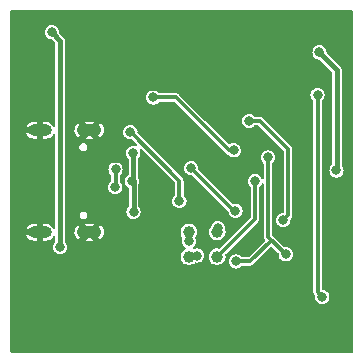
<source format=gbr>
%TF.GenerationSoftware,KiCad,Pcbnew,7.0.7-7.0.7~ubuntu23.04.1*%
%TF.CreationDate,2023-10-02T10:15:32+00:00*%
%TF.ProjectId,TFUSBSERIAL01,54465553-4253-4455-9249-414c30312e6b,REV*%
%TF.SameCoordinates,Original*%
%TF.FileFunction,Copper,L1,Top*%
%TF.FilePolarity,Positive*%
%FSLAX46Y46*%
G04 Gerber Fmt 4.6, Leading zero omitted, Abs format (unit mm)*
G04 Created by KiCad (PCBNEW 7.0.7-7.0.7~ubuntu23.04.1) date 2023-10-02 10:15:32*
%MOMM*%
%LPD*%
G01*
G04 APERTURE LIST*
%TA.AperFunction,SMDPad,CuDef*%
%ADD10C,1.000000*%
%TD*%
%TA.AperFunction,ComponentPad*%
%ADD11O,2.000000X1.000000*%
%TD*%
%TA.AperFunction,ComponentPad*%
%ADD12O,2.100000X1.050000*%
%TD*%
%TA.AperFunction,ViaPad*%
%ADD13C,0.800000*%
%TD*%
%TA.AperFunction,Conductor*%
%ADD14C,0.300000*%
%TD*%
%TA.AperFunction,Conductor*%
%ADD15C,0.400000*%
%TD*%
G04 APERTURE END LIST*
D10*
%TO.P,TP3,1,1*%
%TO.N,Net-(U2-~{DCD})*%
X151200000Y-104600000D03*
%TD*%
%TO.P,TP1,1,1*%
%TO.N,Net-(U2-~{DTR})*%
X153600000Y-106700000D03*
%TD*%
%TO.P,TP4,1,1*%
%TO.N,Net-(U2-~{RI})*%
X153600000Y-104600000D03*
%TD*%
%TO.P,TP2,1,1*%
%TO.N,Net-(U2-~{DSR})*%
X151200000Y-106700000D03*
%TD*%
D11*
%TO.P,J1,G1,SHIELD*%
%TO.N,GND*%
X138591200Y-104637000D03*
%TO.P,J1,G2,SHIELD*%
X138591200Y-95997000D03*
D12*
%TO.P,J1,G3,SHIELD*%
X142771200Y-104637000D03*
%TO.P,J1,G4,SHIELD*%
X142771200Y-95997000D03*
%TD*%
D13*
%TO.N,GND*%
X148040000Y-102871000D03*
X151047000Y-86800000D03*
X162391000Y-86361000D03*
X137626000Y-89663000D03*
X160500000Y-112400000D03*
X144600000Y-95800000D03*
X154349000Y-86800000D03*
X163153000Y-114301000D03*
X163534000Y-86361000D03*
X155400000Y-108200000D03*
X137753000Y-112015000D03*
X164550000Y-86361000D03*
X137753000Y-107697000D03*
X145246000Y-96775000D03*
X137626000Y-92838000D03*
X148441809Y-97259855D03*
X156000000Y-86800000D03*
X155100000Y-110947200D03*
X145119000Y-104141000D03*
X146200000Y-90400000D03*
X154900000Y-96600000D03*
X160994000Y-114301000D03*
X144992000Y-110110000D03*
X152698000Y-86800000D03*
X137753000Y-109475000D03*
X155200000Y-98800000D03*
X145700000Y-114100000D03*
X137626000Y-91314000D03*
X162137000Y-114301000D03*
X161248000Y-86361000D03*
X164296000Y-114301000D03*
X143300000Y-92400000D03*
X147400000Y-95700000D03*
%TO.N,Net-(U2-3V3OUT)*%
X151400000Y-99200000D03*
X155149500Y-102800000D03*
%TO.N,Net-(D1-A)*%
X162255000Y-89400000D03*
X163700000Y-99400000D03*
%TO.N,/VBUS*%
X146516000Y-102900000D03*
X146359940Y-100300014D03*
X146500000Y-97917000D03*
%TO.N,/D+*%
X144991190Y-99310863D03*
X144974000Y-100816500D03*
%TO.N,/TXD*%
X156300000Y-95200000D03*
X159200000Y-103600000D03*
%TO.N,/RXD*%
X159400000Y-106500000D03*
X155200000Y-107100000D03*
X157900000Y-98300000D03*
%TO.N,/#CTS*%
X162500000Y-110100000D03*
X162100000Y-93000000D03*
%TO.N,/RXLED{slash}CBUS1*%
X148200000Y-93218000D03*
X155000000Y-97700000D03*
%TO.N,/TXLED{slash}CBUS2*%
X150400000Y-102000000D03*
X146250000Y-96150000D03*
%TO.N,+5V*%
X140300000Y-105900000D03*
X139600000Y-87700000D03*
%TO.N,Net-(U2-~{RI})*%
X153650500Y-104300000D03*
%TO.N,Net-(U2-~{DSR})*%
X151900000Y-106600000D03*
%TO.N,Net-(U2-~{DCD})*%
X151200510Y-105400000D03*
%TO.N,Net-(U2-~{DTR})*%
X156800000Y-100300000D03*
%TD*%
D14*
%TO.N,Net-(U2-3V3OUT)*%
X151400000Y-99200000D02*
X155000000Y-102800000D01*
X155000000Y-102800000D02*
X155149500Y-102800000D01*
D15*
%TO.N,Net-(D1-A)*%
X162255000Y-89400000D02*
X163748511Y-90893511D01*
X163748511Y-90893511D02*
X163748511Y-99351489D01*
X163748511Y-99351489D02*
X163700000Y-99400000D01*
%TO.N,/VBUS*%
X146359940Y-100300014D02*
X146500000Y-100159954D01*
X146359940Y-100300014D02*
X146516000Y-100456074D01*
X146516000Y-100456074D02*
X146516000Y-102900000D01*
X146500000Y-100159954D02*
X146500000Y-97917000D01*
D14*
%TO.N,/D+*%
X144991190Y-100799310D02*
X144974000Y-100816500D01*
X144991190Y-99310863D02*
X144991190Y-100799310D01*
%TO.N,/TXD*%
X159600000Y-97600000D02*
X157200000Y-95200000D01*
X159200000Y-103600000D02*
X159600000Y-103200000D01*
X157200000Y-95200000D02*
X156300000Y-95200000D01*
X159600000Y-103200000D02*
X159600000Y-97600000D01*
%TO.N,/RXD*%
X157900000Y-98300000D02*
X157900000Y-105000000D01*
X155200000Y-107100000D02*
X156400000Y-107100000D01*
X156400000Y-107100000D02*
X158150000Y-105350000D01*
X157900000Y-105000000D02*
X159400000Y-106500000D01*
X158150000Y-105350000D02*
X158150000Y-105250000D01*
%TO.N,/#CTS*%
X162100000Y-93000000D02*
X162100000Y-109700000D01*
X162100000Y-109700000D02*
X162500000Y-110100000D01*
%TO.N,/RXLED{slash}CBUS1*%
X155000000Y-97700000D02*
X154600000Y-97700000D01*
X154600000Y-97700000D02*
X150118000Y-93218000D01*
X150118000Y-93218000D02*
X148200000Y-93218000D01*
%TO.N,/TXLED{slash}CBUS2*%
X150400000Y-100278000D02*
X150400000Y-102000000D01*
X146250000Y-96150000D02*
X146272000Y-96150000D01*
X146272000Y-96150000D02*
X150400000Y-100278000D01*
D15*
%TO.N,+5V*%
X140300000Y-105900000D02*
X140300000Y-88400000D01*
X140300000Y-88400000D02*
X139600000Y-87700000D01*
D14*
%TO.N,Net-(U2-~{DCD})*%
X151200510Y-105400000D02*
X151200510Y-104600510D01*
X151200510Y-104600510D02*
X151200000Y-104600000D01*
%TO.N,Net-(U2-~{DTR})*%
X156800000Y-103500000D02*
X153600000Y-106700000D01*
X156800000Y-100300000D02*
X156800000Y-103500000D01*
%TD*%
%TA.AperFunction,Conductor*%
%TO.N,GND*%
G36*
X165052691Y-85836407D02*
G01*
X165088655Y-85885907D01*
X165093500Y-85916500D01*
X165093500Y-114717500D01*
X165074593Y-114775691D01*
X165025093Y-114811655D01*
X164994500Y-114816500D01*
X136193500Y-114816500D01*
X136135309Y-114797593D01*
X136099345Y-114748093D01*
X136094500Y-114717500D01*
X136094500Y-106700000D01*
X150494355Y-106700000D01*
X150514860Y-106868872D01*
X150575182Y-107027930D01*
X150671816Y-107167927D01*
X150671818Y-107167930D01*
X150714260Y-107205530D01*
X150799148Y-107280734D01*
X150949775Y-107359790D01*
X151114944Y-107400500D01*
X151114947Y-107400500D01*
X151285053Y-107400500D01*
X151285056Y-107400500D01*
X151450225Y-107359790D01*
X151600852Y-107280734D01*
X151600854Y-107280731D01*
X151600856Y-107280731D01*
X151679511Y-107211049D01*
X151735605Y-107186613D01*
X151758079Y-107186997D01*
X151849641Y-107199052D01*
X151899999Y-107205682D01*
X151900000Y-107205682D01*
X151900001Y-107205682D01*
X151931352Y-107201554D01*
X152056762Y-107185044D01*
X152202841Y-107124536D01*
X152328282Y-107028282D01*
X152424536Y-106902841D01*
X152485044Y-106756762D01*
X152492517Y-106700000D01*
X152894355Y-106700000D01*
X152914860Y-106868872D01*
X152975182Y-107027930D01*
X153071816Y-107167927D01*
X153071818Y-107167930D01*
X153114260Y-107205530D01*
X153199148Y-107280734D01*
X153349775Y-107359790D01*
X153514944Y-107400500D01*
X153514947Y-107400500D01*
X153685053Y-107400500D01*
X153685056Y-107400500D01*
X153850225Y-107359790D01*
X154000852Y-107280734D01*
X154128183Y-107167929D01*
X154224818Y-107027930D01*
X154285140Y-106868872D01*
X154305645Y-106700000D01*
X154288721Y-106560621D01*
X154300476Y-106500577D01*
X154316991Y-106478689D01*
X157014884Y-103780796D01*
X157030734Y-103767926D01*
X157040669Y-103761437D01*
X157061338Y-103734879D01*
X157065388Y-103730292D01*
X157068375Y-103727307D01*
X157081044Y-103709562D01*
X157112517Y-103669126D01*
X157112519Y-103669118D01*
X157116021Y-103662649D01*
X157119238Y-103656068D01*
X157119237Y-103656068D01*
X157119239Y-103656067D01*
X157133858Y-103606962D01*
X157150500Y-103558488D01*
X157150500Y-103558487D01*
X157151706Y-103551259D01*
X157152617Y-103543954D01*
X157150500Y-103492769D01*
X157150500Y-100836787D01*
X157169407Y-100778596D01*
X157189233Y-100758245D01*
X157228282Y-100728282D01*
X157324536Y-100602841D01*
X157359035Y-100519551D01*
X157398772Y-100473025D01*
X157458267Y-100458741D01*
X157514795Y-100482156D01*
X157546765Y-100534324D01*
X157549500Y-100557436D01*
X157549500Y-104953381D01*
X157547393Y-104973696D01*
X157544957Y-104985315D01*
X157547462Y-105005407D01*
X157549120Y-105018709D01*
X157549500Y-105024837D01*
X157549500Y-105029040D01*
X157551047Y-105038311D01*
X157553087Y-105050541D01*
X157559425Y-105101388D01*
X157561527Y-105108448D01*
X157563907Y-105115380D01*
X157588295Y-105160444D01*
X157610801Y-105206482D01*
X157615078Y-105212472D01*
X157619580Y-105218256D01*
X157630353Y-105228174D01*
X157660358Y-105281497D01*
X157653291Y-105342273D01*
X157633304Y-105371013D01*
X156283814Y-106720504D01*
X156229297Y-106748281D01*
X156213810Y-106749500D01*
X155736787Y-106749500D01*
X155678596Y-106730593D01*
X155658245Y-106710767D01*
X155628285Y-106671722D01*
X155628282Y-106671718D01*
X155628277Y-106671714D01*
X155628276Y-106671713D01*
X155502838Y-106575462D01*
X155356766Y-106514957D01*
X155356758Y-106514955D01*
X155200001Y-106494318D01*
X155199999Y-106494318D01*
X155043241Y-106514955D01*
X155043233Y-106514957D01*
X154897161Y-106575462D01*
X154897160Y-106575462D01*
X154771723Y-106671713D01*
X154771713Y-106671723D01*
X154675462Y-106797160D01*
X154675462Y-106797161D01*
X154614957Y-106943233D01*
X154614955Y-106943241D01*
X154594318Y-107099999D01*
X154594318Y-107100000D01*
X154614955Y-107256758D01*
X154614957Y-107256766D01*
X154675462Y-107402838D01*
X154675462Y-107402839D01*
X154771713Y-107528276D01*
X154771718Y-107528282D01*
X154897159Y-107624536D01*
X155043238Y-107685044D01*
X155160809Y-107700522D01*
X155199999Y-107705682D01*
X155200000Y-107705682D01*
X155200001Y-107705682D01*
X155231352Y-107701554D01*
X155356762Y-107685044D01*
X155502841Y-107624536D01*
X155628282Y-107528282D01*
X155658245Y-107489232D01*
X155708669Y-107454577D01*
X155736787Y-107450500D01*
X156353381Y-107450500D01*
X156373696Y-107452607D01*
X156375844Y-107453057D01*
X156385315Y-107455043D01*
X156418712Y-107450879D01*
X156424837Y-107450500D01*
X156429041Y-107450500D01*
X156439790Y-107448706D01*
X156450540Y-107446912D01*
X156501393Y-107440573D01*
X156501396Y-107440571D01*
X156508429Y-107438477D01*
X156515377Y-107436092D01*
X156515381Y-107436092D01*
X156560444Y-107411704D01*
X156606484Y-107389198D01*
X156612470Y-107384923D01*
X156618256Y-107380420D01*
X156652957Y-107342724D01*
X157338923Y-106656758D01*
X158129995Y-105865684D01*
X158184512Y-105837908D01*
X158244944Y-105847479D01*
X158270003Y-105865685D01*
X158772592Y-106368274D01*
X158800369Y-106422791D01*
X158800741Y-106451197D01*
X158794318Y-106499995D01*
X158794318Y-106500000D01*
X158814955Y-106656758D01*
X158814957Y-106656766D01*
X158875462Y-106802838D01*
X158875462Y-106802839D01*
X158926131Y-106868872D01*
X158971718Y-106928282D01*
X159097159Y-107024536D01*
X159097160Y-107024536D01*
X159097161Y-107024537D01*
X159106212Y-107028286D01*
X159243238Y-107085044D01*
X159356833Y-107099999D01*
X159399999Y-107105682D01*
X159400000Y-107105682D01*
X159400001Y-107105682D01*
X159443167Y-107099999D01*
X159556762Y-107085044D01*
X159702841Y-107024536D01*
X159828282Y-106928282D01*
X159924536Y-106802841D01*
X159985044Y-106656762D01*
X160005682Y-106500000D01*
X159985044Y-106343238D01*
X159965958Y-106297160D01*
X159924537Y-106197161D01*
X159924537Y-106197160D01*
X159828286Y-106071723D01*
X159828285Y-106071722D01*
X159828282Y-106071718D01*
X159828277Y-106071714D01*
X159828276Y-106071713D01*
X159702838Y-105975462D01*
X159556766Y-105914957D01*
X159556758Y-105914955D01*
X159400001Y-105894318D01*
X159399996Y-105894318D01*
X159351197Y-105900741D01*
X159291037Y-105889589D01*
X159268274Y-105872592D01*
X158444146Y-105048464D01*
X158436119Y-105037697D01*
X158435455Y-105038214D01*
X158430418Y-105031742D01*
X158392724Y-104997041D01*
X158279496Y-104883814D01*
X158251719Y-104829297D01*
X158250500Y-104813810D01*
X158250500Y-98836787D01*
X158269407Y-98778596D01*
X158289233Y-98758245D01*
X158328282Y-98728282D01*
X158424536Y-98602841D01*
X158485044Y-98456762D01*
X158505682Y-98300000D01*
X158485044Y-98143238D01*
X158456266Y-98073762D01*
X158424537Y-97997161D01*
X158424537Y-97997160D01*
X158328286Y-97871723D01*
X158328285Y-97871722D01*
X158328282Y-97871718D01*
X158328277Y-97871714D01*
X158328276Y-97871713D01*
X158202838Y-97775462D01*
X158056766Y-97714957D01*
X158056758Y-97714955D01*
X157900001Y-97694318D01*
X157899999Y-97694318D01*
X157743241Y-97714955D01*
X157743233Y-97714957D01*
X157597161Y-97775462D01*
X157597160Y-97775462D01*
X157471723Y-97871713D01*
X157471713Y-97871723D01*
X157375462Y-97997160D01*
X157375462Y-97997161D01*
X157314957Y-98143233D01*
X157314955Y-98143241D01*
X157294318Y-98299999D01*
X157294318Y-98300000D01*
X157314955Y-98456758D01*
X157314957Y-98456766D01*
X157375462Y-98602838D01*
X157375462Y-98602839D01*
X157471713Y-98728276D01*
X157471718Y-98728282D01*
X157471722Y-98728285D01*
X157510767Y-98758245D01*
X157545423Y-98808669D01*
X157549500Y-98836787D01*
X157549500Y-100042563D01*
X157530593Y-100100754D01*
X157481093Y-100136718D01*
X157419907Y-100136718D01*
X157370407Y-100100754D01*
X157359036Y-100080449D01*
X157343343Y-100042563D01*
X157324536Y-99997159D01*
X157228282Y-99871718D01*
X157228277Y-99871714D01*
X157228276Y-99871713D01*
X157133291Y-99798829D01*
X157102841Y-99775464D01*
X157102840Y-99775463D01*
X157102838Y-99775462D01*
X156956766Y-99714957D01*
X156956758Y-99714955D01*
X156800001Y-99694318D01*
X156799999Y-99694318D01*
X156643241Y-99714955D01*
X156643233Y-99714957D01*
X156497161Y-99775462D01*
X156497160Y-99775462D01*
X156371723Y-99871713D01*
X156371713Y-99871723D01*
X156275462Y-99997160D01*
X156275462Y-99997161D01*
X156214957Y-100143233D01*
X156214955Y-100143241D01*
X156194318Y-100299999D01*
X156194318Y-100300000D01*
X156214955Y-100456758D01*
X156214957Y-100456766D01*
X156275462Y-100602838D01*
X156275462Y-100602839D01*
X156371713Y-100728276D01*
X156371718Y-100728282D01*
X156371741Y-100728300D01*
X156410767Y-100758245D01*
X156445423Y-100808669D01*
X156449500Y-100836787D01*
X156449500Y-103313809D01*
X156430593Y-103372000D01*
X156420504Y-103383813D01*
X153820617Y-105983699D01*
X153766100Y-106011476D01*
X153726923Y-106009819D01*
X153722345Y-106008690D01*
X153685056Y-105999500D01*
X153514944Y-105999500D01*
X153514941Y-105999500D01*
X153349776Y-106040209D01*
X153199146Y-106119267D01*
X153071818Y-106232069D01*
X153071816Y-106232071D01*
X153071817Y-106232071D01*
X152975182Y-106372070D01*
X152924511Y-106505682D01*
X152914860Y-106531129D01*
X152897789Y-106671722D01*
X152894355Y-106700000D01*
X152492517Y-106700000D01*
X152505682Y-106600000D01*
X152485044Y-106443238D01*
X152424537Y-106297161D01*
X152424537Y-106297160D01*
X152328286Y-106171723D01*
X152328285Y-106171722D01*
X152328282Y-106171718D01*
X152328277Y-106171714D01*
X152328276Y-106171713D01*
X152202838Y-106075462D01*
X152056766Y-106014957D01*
X152056758Y-106014955D01*
X151900001Y-105994318D01*
X151899999Y-105994318D01*
X151743241Y-106014955D01*
X151743233Y-106014957D01*
X151660627Y-106049174D01*
X151599631Y-106053975D01*
X151547462Y-106022005D01*
X151524047Y-105965477D01*
X151538331Y-105905982D01*
X151562470Y-105879172D01*
X151628792Y-105828282D01*
X151725046Y-105702841D01*
X151785554Y-105556762D01*
X151806192Y-105400000D01*
X151785554Y-105243238D01*
X151739274Y-105131510D01*
X151734474Y-105070515D01*
X151749262Y-105037390D01*
X151824818Y-104927930D01*
X151885140Y-104768872D01*
X151905645Y-104600000D01*
X152894355Y-104600000D01*
X152914860Y-104768872D01*
X152975182Y-104927930D01*
X153071817Y-105067929D01*
X153199148Y-105180734D01*
X153349775Y-105259790D01*
X153514944Y-105300500D01*
X153514947Y-105300500D01*
X153685053Y-105300500D01*
X153685056Y-105300500D01*
X153850225Y-105259790D01*
X154000852Y-105180734D01*
X154128183Y-105067929D01*
X154224818Y-104927930D01*
X154285140Y-104768872D01*
X154305645Y-104600000D01*
X154285140Y-104431128D01*
X154259668Y-104363965D01*
X154254083Y-104315938D01*
X154256182Y-104300000D01*
X154235544Y-104143238D01*
X154230919Y-104132072D01*
X154175037Y-103997161D01*
X154175037Y-103997160D01*
X154078786Y-103871723D01*
X154078785Y-103871722D01*
X154078782Y-103871718D01*
X154078777Y-103871714D01*
X154078776Y-103871713D01*
X153953338Y-103775462D01*
X153807266Y-103714957D01*
X153807258Y-103714955D01*
X153650501Y-103694318D01*
X153650499Y-103694318D01*
X153493741Y-103714955D01*
X153493733Y-103714957D01*
X153347661Y-103775462D01*
X153347660Y-103775462D01*
X153222223Y-103871713D01*
X153222213Y-103871723D01*
X153125963Y-103997160D01*
X153071497Y-104128652D01*
X153061509Y-104147004D01*
X152975181Y-104272070D01*
X152940579Y-104363311D01*
X152916177Y-104427657D01*
X152914860Y-104431129D01*
X152906381Y-104500962D01*
X152894355Y-104600000D01*
X151905645Y-104600000D01*
X151885140Y-104431128D01*
X151824818Y-104272070D01*
X151728183Y-104132071D01*
X151600852Y-104019266D01*
X151450225Y-103940210D01*
X151450224Y-103940209D01*
X151450223Y-103940209D01*
X151285058Y-103899500D01*
X151285056Y-103899500D01*
X151114944Y-103899500D01*
X151114941Y-103899500D01*
X150949776Y-103940209D01*
X150799146Y-104019267D01*
X150671818Y-104132069D01*
X150671816Y-104132072D01*
X150619816Y-104207407D01*
X150575182Y-104272070D01*
X150516177Y-104427657D01*
X150514860Y-104431129D01*
X150506381Y-104500962D01*
X150494355Y-104600000D01*
X150514860Y-104768872D01*
X150572777Y-104921588D01*
X150575182Y-104927929D01*
X150575182Y-104927930D01*
X150651373Y-105038311D01*
X150668869Y-105096942D01*
X150661362Y-105132434D01*
X150647956Y-105164800D01*
X150615467Y-105243236D01*
X150615465Y-105243241D01*
X150594828Y-105399999D01*
X150594828Y-105400000D01*
X150615465Y-105556758D01*
X150615467Y-105556766D01*
X150675972Y-105702838D01*
X150675972Y-105702839D01*
X150747212Y-105795681D01*
X150772228Y-105828282D01*
X150772232Y-105828285D01*
X150772233Y-105828286D01*
X150885521Y-105915215D01*
X150920177Y-105965639D01*
X150918576Y-106026804D01*
X150881328Y-106075345D01*
X150871262Y-106081417D01*
X150799146Y-106119266D01*
X150671818Y-106232069D01*
X150671816Y-106232071D01*
X150671817Y-106232071D01*
X150575182Y-106372070D01*
X150524511Y-106505682D01*
X150514860Y-106531129D01*
X150497789Y-106671722D01*
X150494355Y-106700000D01*
X136094500Y-106700000D01*
X136094500Y-104383000D01*
X137433956Y-104383000D01*
X137820465Y-104383000D01*
X137878656Y-104401907D01*
X137914620Y-104451407D01*
X137915685Y-104509091D01*
X137903057Y-104553479D01*
X137887305Y-104608840D01*
X137897654Y-104720520D01*
X137897655Y-104720523D01*
X137911273Y-104747872D01*
X137920286Y-104808390D01*
X137892005Y-104862648D01*
X137837234Y-104889920D01*
X137822652Y-104891000D01*
X137433957Y-104891000D01*
X137510881Y-105037568D01*
X137510881Y-105037569D01*
X137623599Y-105164800D01*
X137623605Y-105164805D01*
X137763506Y-105261371D01*
X137763509Y-105261373D01*
X137922441Y-105321648D01*
X137922451Y-105321651D01*
X138048848Y-105336999D01*
X138048865Y-105337000D01*
X138337199Y-105337000D01*
X138337200Y-105336999D01*
X138337200Y-105036000D01*
X138356107Y-104977809D01*
X138405607Y-104941845D01*
X138436200Y-104937000D01*
X138746200Y-104937000D01*
X138804391Y-104955907D01*
X138840355Y-105005407D01*
X138845200Y-105036000D01*
X138845200Y-105336998D01*
X138845201Y-105337000D01*
X139133535Y-105337000D01*
X139133551Y-105336999D01*
X139259948Y-105321651D01*
X139259958Y-105321648D01*
X139418890Y-105261373D01*
X139418893Y-105261371D01*
X139558794Y-105164805D01*
X139558800Y-105164800D01*
X139671516Y-105037571D01*
X139712839Y-104958836D01*
X139756623Y-104916097D01*
X139817167Y-104907256D01*
X139871344Y-104935690D01*
X139898461Y-104990538D01*
X139899500Y-105004843D01*
X139899500Y-105402929D01*
X139880593Y-105461120D01*
X139873276Y-105469687D01*
X139775462Y-105597160D01*
X139775462Y-105597161D01*
X139714957Y-105743233D01*
X139714955Y-105743241D01*
X139694318Y-105899999D01*
X139694318Y-105900000D01*
X139714955Y-106056758D01*
X139714957Y-106056766D01*
X139775462Y-106202838D01*
X139775462Y-106202839D01*
X139847837Y-106297160D01*
X139871718Y-106328282D01*
X139997159Y-106424536D01*
X139997160Y-106424536D01*
X139997161Y-106424537D01*
X140061524Y-106451197D01*
X140143238Y-106485044D01*
X140256803Y-106499995D01*
X140299999Y-106505682D01*
X140300000Y-106505682D01*
X140300001Y-106505682D01*
X140331352Y-106501554D01*
X140456762Y-106485044D01*
X140602841Y-106424536D01*
X140728282Y-106328282D01*
X140824536Y-106202841D01*
X140885044Y-106056762D01*
X140905682Y-105900000D01*
X140885044Y-105743238D01*
X140824537Y-105597161D01*
X140824537Y-105597160D01*
X140724332Y-105466570D01*
X140725713Y-105465509D01*
X140701719Y-105418416D01*
X140700500Y-105402929D01*
X140700500Y-104679442D01*
X141517499Y-104679442D01*
X141546927Y-104846342D01*
X141614057Y-105001968D01*
X141715263Y-105137911D01*
X141715265Y-105137913D01*
X141824811Y-105229834D01*
X142088650Y-104965996D01*
X142143167Y-104938219D01*
X142158654Y-104937000D01*
X142585746Y-104937000D01*
X142643937Y-104955907D01*
X142679901Y-105005407D01*
X142679901Y-105066593D01*
X142655750Y-105106004D01*
X142399754Y-105362000D01*
X143142646Y-105362000D01*
X142886650Y-105106004D01*
X142858873Y-105051487D01*
X142868444Y-104991055D01*
X142911709Y-104947790D01*
X142956654Y-104937000D01*
X143349001Y-104937000D01*
X143349002Y-104937000D01*
X143361523Y-104934659D01*
X143422195Y-104942548D01*
X143449720Y-104961968D01*
X143716242Y-105228489D01*
X143765394Y-105196162D01*
X143881697Y-105072889D01*
X143881698Y-105072889D01*
X143966438Y-104926113D01*
X144015046Y-104763755D01*
X144024900Y-104594557D01*
X143995472Y-104427657D01*
X143928342Y-104272031D01*
X143827136Y-104136088D01*
X143827134Y-104136086D01*
X143717587Y-104044164D01*
X143453748Y-104308004D01*
X143399231Y-104335781D01*
X143383744Y-104337000D01*
X142956653Y-104337000D01*
X142898462Y-104318093D01*
X142862498Y-104268593D01*
X142862498Y-104207407D01*
X142886650Y-104167996D01*
X143142647Y-103912000D01*
X142399753Y-103912000D01*
X142655750Y-104167996D01*
X142683528Y-104222513D01*
X142673957Y-104282945D01*
X142630692Y-104326210D01*
X142585747Y-104337000D01*
X142193398Y-104337000D01*
X142180869Y-104339341D01*
X142120197Y-104331448D01*
X142092679Y-104312031D01*
X141826155Y-104045508D01*
X141777007Y-104077835D01*
X141660702Y-104201110D01*
X141660701Y-104201110D01*
X141575961Y-104347886D01*
X141527353Y-104510244D01*
X141517499Y-104679442D01*
X140700500Y-104679442D01*
X140700500Y-103264571D01*
X141944700Y-103264571D01*
X141978002Y-103356068D01*
X141984081Y-103372768D01*
X142058092Y-103460972D01*
X142157808Y-103518543D01*
X142242634Y-103533500D01*
X142242635Y-103533500D01*
X142299765Y-103533500D01*
X142299766Y-103533500D01*
X142384592Y-103518543D01*
X142484308Y-103460972D01*
X142558319Y-103372769D01*
X142597700Y-103264571D01*
X142597700Y-103149429D01*
X142558319Y-103041232D01*
X142484308Y-102953028D01*
X142484307Y-102953027D01*
X142384590Y-102895456D01*
X142299770Y-102880500D01*
X142299766Y-102880500D01*
X142242634Y-102880500D01*
X142242629Y-102880500D01*
X142157809Y-102895456D01*
X142058090Y-102953029D01*
X141984083Y-103041227D01*
X141984079Y-103041234D01*
X141944700Y-103149426D01*
X141944700Y-103264571D01*
X140700500Y-103264571D01*
X140700500Y-100816500D01*
X144368318Y-100816500D01*
X144388955Y-100973258D01*
X144388957Y-100973266D01*
X144449462Y-101119338D01*
X144449462Y-101119339D01*
X144449464Y-101119341D01*
X144545718Y-101244782D01*
X144671159Y-101341036D01*
X144817238Y-101401544D01*
X144934809Y-101417022D01*
X144973999Y-101422182D01*
X144974000Y-101422182D01*
X144974001Y-101422182D01*
X145005352Y-101418054D01*
X145130762Y-101401544D01*
X145276841Y-101341036D01*
X145402282Y-101244782D01*
X145498536Y-101119341D01*
X145559044Y-100973262D01*
X145579682Y-100816500D01*
X145559044Y-100659738D01*
X145535482Y-100602855D01*
X145498537Y-100513661D01*
X145498537Y-100513660D01*
X145402286Y-100388223D01*
X145402285Y-100388222D01*
X145402282Y-100388218D01*
X145399183Y-100385840D01*
X145380421Y-100371443D01*
X145345766Y-100321018D01*
X145341690Y-100292902D01*
X145341690Y-99847650D01*
X145360597Y-99789459D01*
X145380423Y-99769108D01*
X145419472Y-99739145D01*
X145515726Y-99613704D01*
X145576234Y-99467625D01*
X145596872Y-99310863D01*
X145576234Y-99154101D01*
X145515727Y-99008024D01*
X145515727Y-99008023D01*
X145419476Y-98882586D01*
X145419475Y-98882585D01*
X145419472Y-98882581D01*
X145419467Y-98882577D01*
X145419466Y-98882576D01*
X145294028Y-98786325D01*
X145147956Y-98725820D01*
X145147948Y-98725818D01*
X144991191Y-98705181D01*
X144991189Y-98705181D01*
X144834431Y-98725818D01*
X144834423Y-98725820D01*
X144688351Y-98786325D01*
X144688350Y-98786325D01*
X144562913Y-98882576D01*
X144562903Y-98882586D01*
X144466652Y-99008023D01*
X144466652Y-99008024D01*
X144406147Y-99154096D01*
X144406145Y-99154104D01*
X144385508Y-99310862D01*
X144385508Y-99310863D01*
X144406145Y-99467621D01*
X144406147Y-99467629D01*
X144466652Y-99613701D01*
X144466652Y-99613702D01*
X144535051Y-99702841D01*
X144562908Y-99739145D01*
X144587368Y-99757914D01*
X144601957Y-99769108D01*
X144636613Y-99819532D01*
X144640690Y-99847650D01*
X144640690Y-100266521D01*
X144621783Y-100324712D01*
X144601958Y-100345062D01*
X144545724Y-100388212D01*
X144545713Y-100388223D01*
X144449462Y-100513660D01*
X144449462Y-100513661D01*
X144388957Y-100659733D01*
X144388955Y-100659741D01*
X144368318Y-100816499D01*
X144368318Y-100816500D01*
X140700500Y-100816500D01*
X140700500Y-97486158D01*
X141935700Y-97486158D01*
X141976166Y-97597338D01*
X141976167Y-97597339D01*
X141976168Y-97597341D01*
X142052216Y-97687971D01*
X142052218Y-97687973D01*
X142154682Y-97747131D01*
X142241845Y-97762500D01*
X142241846Y-97762500D01*
X142300554Y-97762500D01*
X142300555Y-97762500D01*
X142387718Y-97747131D01*
X142490182Y-97687973D01*
X142566234Y-97597338D01*
X142606700Y-97486158D01*
X142606700Y-97367842D01*
X142566234Y-97256662D01*
X142558748Y-97247741D01*
X142490183Y-97166028D01*
X142490182Y-97166027D01*
X142387718Y-97106869D01*
X142387717Y-97106868D01*
X142387716Y-97106868D01*
X142300559Y-97091500D01*
X142300555Y-97091500D01*
X142241845Y-97091500D01*
X142241840Y-97091500D01*
X142154683Y-97106868D01*
X142052216Y-97166028D01*
X141976168Y-97256658D01*
X141976167Y-97256660D01*
X141976166Y-97256661D01*
X141976166Y-97256662D01*
X141935700Y-97367842D01*
X141935700Y-97486158D01*
X140700500Y-97486158D01*
X140700500Y-96039442D01*
X141517499Y-96039442D01*
X141546927Y-96206342D01*
X141614057Y-96361968D01*
X141715263Y-96497911D01*
X141715265Y-96497913D01*
X141824811Y-96589834D01*
X142088650Y-96325996D01*
X142143167Y-96298219D01*
X142158654Y-96297000D01*
X142585746Y-96297000D01*
X142643937Y-96315907D01*
X142679901Y-96365407D01*
X142679901Y-96426593D01*
X142655750Y-96466004D01*
X142399754Y-96722000D01*
X143142646Y-96722000D01*
X142886650Y-96466004D01*
X142858873Y-96411487D01*
X142868444Y-96351055D01*
X142911709Y-96307790D01*
X142956654Y-96297000D01*
X143349001Y-96297000D01*
X143349002Y-96297000D01*
X143361523Y-96294659D01*
X143422195Y-96302548D01*
X143449720Y-96321968D01*
X143716242Y-96588489D01*
X143765394Y-96556162D01*
X143881697Y-96432889D01*
X143881698Y-96432889D01*
X143966438Y-96286113D01*
X144007189Y-96150000D01*
X145644318Y-96150000D01*
X145664955Y-96306758D01*
X145664957Y-96306766D01*
X145725462Y-96452838D01*
X145725462Y-96452839D01*
X145821713Y-96578276D01*
X145821718Y-96578282D01*
X145947159Y-96674536D01*
X145947160Y-96674536D01*
X145947161Y-96674537D01*
X146061747Y-96722000D01*
X146093238Y-96735044D01*
X146250000Y-96755682D01*
X146318239Y-96746697D01*
X146378397Y-96757846D01*
X146401164Y-96774846D01*
X146819542Y-97193224D01*
X146847319Y-97247741D01*
X146837748Y-97308173D01*
X146794483Y-97351438D01*
X146734051Y-97361009D01*
X146711653Y-97354692D01*
X146656767Y-97331957D01*
X146656758Y-97331955D01*
X146500001Y-97311318D01*
X146499999Y-97311318D01*
X146343241Y-97331955D01*
X146343233Y-97331957D01*
X146197161Y-97392462D01*
X146197160Y-97392462D01*
X146071723Y-97488713D01*
X146071713Y-97488723D01*
X145975462Y-97614160D01*
X145975462Y-97614161D01*
X145914957Y-97760233D01*
X145914955Y-97760241D01*
X145894318Y-97916999D01*
X145894318Y-97917000D01*
X145914955Y-98073758D01*
X145914957Y-98073766D01*
X145975462Y-98219838D01*
X145975462Y-98219839D01*
X146075668Y-98350431D01*
X146074283Y-98351493D01*
X146098279Y-98398569D01*
X146099500Y-98414071D01*
X146099500Y-99694120D01*
X146080593Y-99752311D01*
X146060768Y-99772662D01*
X145931660Y-99871730D01*
X145931653Y-99871737D01*
X145835402Y-99997174D01*
X145835402Y-99997175D01*
X145774897Y-100143247D01*
X145774895Y-100143255D01*
X145754258Y-100300013D01*
X145754258Y-100300014D01*
X145774895Y-100456772D01*
X145774897Y-100456780D01*
X145835402Y-100602852D01*
X145835402Y-100602853D01*
X145931653Y-100728290D01*
X145931658Y-100728296D01*
X145931662Y-100728299D01*
X145931663Y-100728300D01*
X146057097Y-100824549D01*
X146062720Y-100827795D01*
X146061654Y-100829640D01*
X146100897Y-100863139D01*
X146115500Y-100914889D01*
X146115500Y-102402929D01*
X146096593Y-102461120D01*
X146089276Y-102469687D01*
X145991462Y-102597160D01*
X145991462Y-102597161D01*
X145930957Y-102743233D01*
X145930955Y-102743241D01*
X145910318Y-102899999D01*
X145910318Y-102900000D01*
X145930955Y-103056758D01*
X145930957Y-103056766D01*
X145991462Y-103202838D01*
X145991462Y-103202839D01*
X146084844Y-103324537D01*
X146087718Y-103328282D01*
X146213159Y-103424536D01*
X146213160Y-103424536D01*
X146213161Y-103424537D01*
X146318486Y-103468164D01*
X146359238Y-103485044D01*
X146476809Y-103500522D01*
X146515999Y-103505682D01*
X146516000Y-103505682D01*
X146516001Y-103505682D01*
X146547352Y-103501554D01*
X146672762Y-103485044D01*
X146818841Y-103424536D01*
X146944282Y-103328282D01*
X147040536Y-103202841D01*
X147101044Y-103056762D01*
X147121682Y-102900000D01*
X147101044Y-102743238D01*
X147059621Y-102643233D01*
X147040537Y-102597161D01*
X147040537Y-102597160D01*
X146940332Y-102466570D01*
X146941713Y-102465509D01*
X146917719Y-102418416D01*
X146916500Y-102402929D01*
X146916500Y-100545234D01*
X146924036Y-100507348D01*
X146938253Y-100473025D01*
X146944984Y-100456776D01*
X146965622Y-100300014D01*
X146944984Y-100143252D01*
X146944982Y-100143246D01*
X146908036Y-100054050D01*
X146900500Y-100016165D01*
X146900500Y-98414071D01*
X146919407Y-98355880D01*
X146926715Y-98347324D01*
X146963028Y-98300000D01*
X147024536Y-98219841D01*
X147085044Y-98073762D01*
X147105682Y-97917000D01*
X147085044Y-97760238D01*
X147062306Y-97705345D01*
X147057506Y-97644350D01*
X147089475Y-97592181D01*
X147146003Y-97568766D01*
X147205498Y-97583049D01*
X147223775Y-97597457D01*
X150020504Y-100394186D01*
X150048281Y-100448703D01*
X150049500Y-100464190D01*
X150049500Y-101463211D01*
X150030593Y-101521402D01*
X150010768Y-101541752D01*
X149971721Y-101571714D01*
X149971718Y-101571716D01*
X149875462Y-101697160D01*
X149875462Y-101697161D01*
X149814957Y-101843233D01*
X149814955Y-101843241D01*
X149794318Y-101999999D01*
X149794318Y-102000000D01*
X149814955Y-102156758D01*
X149814957Y-102156766D01*
X149875462Y-102302838D01*
X149875462Y-102302839D01*
X149971713Y-102428276D01*
X149971718Y-102428282D01*
X150097159Y-102524536D01*
X150243238Y-102585044D01*
X150360809Y-102600522D01*
X150399999Y-102605682D01*
X150400000Y-102605682D01*
X150400001Y-102605682D01*
X150431352Y-102601554D01*
X150556762Y-102585044D01*
X150702841Y-102524536D01*
X150828282Y-102428282D01*
X150924536Y-102302841D01*
X150985044Y-102156762D01*
X151005682Y-102000000D01*
X150985044Y-101843238D01*
X150924537Y-101697161D01*
X150924537Y-101697160D01*
X150828281Y-101571716D01*
X150828278Y-101571714D01*
X150789232Y-101541752D01*
X150754577Y-101491328D01*
X150750500Y-101463211D01*
X150750500Y-100324618D01*
X150752607Y-100304302D01*
X150754997Y-100292902D01*
X150755043Y-100292685D01*
X150750879Y-100259288D01*
X150750500Y-100253162D01*
X150750500Y-100248961D01*
X150750500Y-100248960D01*
X150746911Y-100227457D01*
X150740573Y-100176608D01*
X150740572Y-100176606D01*
X150740572Y-100176603D01*
X150738480Y-100169577D01*
X150736091Y-100162616D01*
X150711699Y-100117545D01*
X150689198Y-100071516D01*
X150684930Y-100065538D01*
X150680420Y-100059744D01*
X150642712Y-100025030D01*
X149817682Y-99200000D01*
X150794318Y-99200000D01*
X150814955Y-99356758D01*
X150814957Y-99356766D01*
X150875462Y-99502838D01*
X150875462Y-99502839D01*
X150960530Y-99613702D01*
X150971718Y-99628282D01*
X151097159Y-99724536D01*
X151097160Y-99724536D01*
X151097161Y-99724537D01*
X151243233Y-99785042D01*
X151243238Y-99785044D01*
X151400000Y-99805682D01*
X151448799Y-99799257D01*
X151508958Y-99810407D01*
X151531724Y-99827406D01*
X154526043Y-102821724D01*
X154553820Y-102876241D01*
X154554192Y-102878805D01*
X154564456Y-102956762D01*
X154624962Y-103102838D01*
X154624962Y-103102839D01*
X154693968Y-103192769D01*
X154721218Y-103228282D01*
X154846659Y-103324536D01*
X154846660Y-103324536D01*
X154846661Y-103324537D01*
X154963111Y-103372772D01*
X154992738Y-103385044D01*
X155110309Y-103400522D01*
X155149499Y-103405682D01*
X155149500Y-103405682D01*
X155149501Y-103405682D01*
X155180852Y-103401554D01*
X155306262Y-103385044D01*
X155452341Y-103324536D01*
X155577782Y-103228282D01*
X155674036Y-103102841D01*
X155734544Y-102956762D01*
X155755182Y-102800000D01*
X155734544Y-102643238D01*
X155715458Y-102597160D01*
X155674037Y-102497161D01*
X155674037Y-102497160D01*
X155577786Y-102371723D01*
X155577785Y-102371722D01*
X155577782Y-102371718D01*
X155577777Y-102371714D01*
X155577776Y-102371713D01*
X155488017Y-102302839D01*
X155452341Y-102275464D01*
X155452340Y-102275463D01*
X155452338Y-102275462D01*
X155306266Y-102214957D01*
X155306258Y-102214955D01*
X155149501Y-102194318D01*
X155149499Y-102194318D01*
X154992738Y-102214955D01*
X154986473Y-102216635D01*
X154985892Y-102214469D01*
X154934794Y-102218487D01*
X154887910Y-102192228D01*
X152027406Y-99331724D01*
X151999629Y-99277207D01*
X151999257Y-99248802D01*
X152005682Y-99200000D01*
X151985044Y-99043238D01*
X151970458Y-99008024D01*
X151924537Y-98897161D01*
X151924537Y-98897160D01*
X151828286Y-98771723D01*
X151828285Y-98771722D01*
X151828282Y-98771718D01*
X151828277Y-98771714D01*
X151828276Y-98771713D01*
X151702838Y-98675462D01*
X151556766Y-98614957D01*
X151556758Y-98614955D01*
X151400001Y-98594318D01*
X151399999Y-98594318D01*
X151243241Y-98614955D01*
X151243233Y-98614957D01*
X151097161Y-98675462D01*
X151097160Y-98675462D01*
X150971723Y-98771713D01*
X150971713Y-98771723D01*
X150875462Y-98897160D01*
X150875462Y-98897161D01*
X150814957Y-99043233D01*
X150814955Y-99043241D01*
X150794318Y-99199999D01*
X150794318Y-99200000D01*
X149817682Y-99200000D01*
X146879965Y-96262283D01*
X146852188Y-96207766D01*
X146851816Y-96179363D01*
X146855682Y-96150000D01*
X146835044Y-95993238D01*
X146784098Y-95870244D01*
X146774537Y-95847161D01*
X146774537Y-95847160D01*
X146678286Y-95721723D01*
X146678285Y-95721722D01*
X146678282Y-95721718D01*
X146678277Y-95721714D01*
X146678276Y-95721713D01*
X146561399Y-95632031D01*
X146552841Y-95625464D01*
X146552840Y-95625463D01*
X146552838Y-95625462D01*
X146406766Y-95564957D01*
X146406758Y-95564955D01*
X146250001Y-95544318D01*
X146249999Y-95544318D01*
X146093241Y-95564955D01*
X146093233Y-95564957D01*
X145947161Y-95625462D01*
X145947160Y-95625462D01*
X145821723Y-95721713D01*
X145821713Y-95721723D01*
X145725462Y-95847160D01*
X145725462Y-95847161D01*
X145664957Y-95993233D01*
X145664955Y-95993241D01*
X145644318Y-96149999D01*
X145644318Y-96150000D01*
X144007189Y-96150000D01*
X144015046Y-96123755D01*
X144024900Y-95954557D01*
X143995472Y-95787657D01*
X143928342Y-95632031D01*
X143827136Y-95496088D01*
X143827134Y-95496086D01*
X143717587Y-95404164D01*
X143453748Y-95668004D01*
X143399231Y-95695781D01*
X143383744Y-95697000D01*
X142956653Y-95697000D01*
X142898462Y-95678093D01*
X142862498Y-95628593D01*
X142862498Y-95567407D01*
X142886650Y-95527996D01*
X143142647Y-95272000D01*
X142399753Y-95272000D01*
X142655750Y-95527996D01*
X142683528Y-95582513D01*
X142673957Y-95642945D01*
X142630692Y-95686210D01*
X142585747Y-95697000D01*
X142193398Y-95697000D01*
X142180869Y-95699341D01*
X142120197Y-95691448D01*
X142092679Y-95672031D01*
X141826155Y-95405508D01*
X141777007Y-95437835D01*
X141660702Y-95561110D01*
X141660701Y-95561110D01*
X141575961Y-95707886D01*
X141527353Y-95870244D01*
X141517499Y-96039442D01*
X140700500Y-96039442D01*
X140700500Y-93218000D01*
X147594318Y-93218000D01*
X147614955Y-93374758D01*
X147614957Y-93374766D01*
X147675462Y-93520838D01*
X147675462Y-93520839D01*
X147771713Y-93646276D01*
X147771718Y-93646282D01*
X147897159Y-93742536D01*
X148043238Y-93803044D01*
X148160809Y-93818522D01*
X148199999Y-93823682D01*
X148200000Y-93823682D01*
X148200001Y-93823682D01*
X148231352Y-93819554D01*
X148356762Y-93803044D01*
X148502841Y-93742536D01*
X148628282Y-93646282D01*
X148658245Y-93607232D01*
X148708669Y-93572577D01*
X148736787Y-93568500D01*
X149931810Y-93568500D01*
X149990001Y-93587407D01*
X150001814Y-93597496D01*
X154319199Y-97914881D01*
X154332074Y-97930737D01*
X154338563Y-97940669D01*
X154365110Y-97961332D01*
X154369708Y-97965392D01*
X154372687Y-97968370D01*
X154372690Y-97968372D01*
X154372693Y-97968375D01*
X154390434Y-97981041D01*
X154430874Y-98012517D01*
X154430875Y-98012517D01*
X154430876Y-98012518D01*
X154437318Y-98016005D01*
X154443931Y-98019238D01*
X154443933Y-98019238D01*
X154443934Y-98019239D01*
X154470347Y-98027102D01*
X154520643Y-98061720D01*
X154571713Y-98128276D01*
X154571718Y-98128282D01*
X154697159Y-98224536D01*
X154843238Y-98285044D01*
X154956833Y-98299999D01*
X154999999Y-98305682D01*
X155000000Y-98305682D01*
X155000001Y-98305682D01*
X155043167Y-98299999D01*
X155156762Y-98285044D01*
X155302841Y-98224536D01*
X155428282Y-98128282D01*
X155524536Y-98002841D01*
X155585044Y-97856762D01*
X155605682Y-97700000D01*
X155585044Y-97543238D01*
X155560762Y-97484616D01*
X155524537Y-97397161D01*
X155524537Y-97397160D01*
X155428286Y-97271723D01*
X155428285Y-97271722D01*
X155428282Y-97271718D01*
X155428277Y-97271714D01*
X155428276Y-97271713D01*
X155357104Y-97217101D01*
X155302841Y-97175464D01*
X155302840Y-97175463D01*
X155302838Y-97175462D01*
X155156766Y-97114957D01*
X155156758Y-97114955D01*
X155000001Y-97094318D01*
X154999999Y-97094318D01*
X154843241Y-97114955D01*
X154843236Y-97114957D01*
X154697160Y-97175463D01*
X154697155Y-97175466D01*
X154694733Y-97177325D01*
X154692673Y-97178054D01*
X154691541Y-97178708D01*
X154691419Y-97178498D01*
X154637056Y-97197746D01*
X154578391Y-97180365D01*
X154564466Y-97168784D01*
X152595682Y-95200000D01*
X155694318Y-95200000D01*
X155714955Y-95356758D01*
X155714957Y-95356766D01*
X155775462Y-95502838D01*
X155775462Y-95502839D01*
X155871713Y-95628276D01*
X155871718Y-95628282D01*
X155997159Y-95724536D01*
X156143238Y-95785044D01*
X156260809Y-95800522D01*
X156299999Y-95805682D01*
X156300000Y-95805682D01*
X156300001Y-95805682D01*
X156331352Y-95801554D01*
X156456762Y-95785044D01*
X156602841Y-95724536D01*
X156728282Y-95628282D01*
X156758245Y-95589232D01*
X156808669Y-95554577D01*
X156836787Y-95550500D01*
X157013810Y-95550500D01*
X157072001Y-95569407D01*
X157083814Y-95579496D01*
X159220504Y-97716185D01*
X159248281Y-97770702D01*
X159249500Y-97786189D01*
X159249500Y-102900980D01*
X159230593Y-102959171D01*
X159181093Y-102995135D01*
X159163423Y-102999133D01*
X159043240Y-103014955D01*
X159043233Y-103014957D01*
X158897161Y-103075462D01*
X158897160Y-103075462D01*
X158771723Y-103171713D01*
X158771713Y-103171723D01*
X158675462Y-103297160D01*
X158675462Y-103297161D01*
X158614957Y-103443233D01*
X158614955Y-103443241D01*
X158594318Y-103599999D01*
X158594318Y-103600000D01*
X158614955Y-103756758D01*
X158614957Y-103756766D01*
X158675462Y-103902838D01*
X158675462Y-103902839D01*
X158771713Y-104028276D01*
X158771718Y-104028282D01*
X158897159Y-104124536D01*
X158897160Y-104124536D01*
X158897161Y-104124537D01*
X159043233Y-104185042D01*
X159043238Y-104185044D01*
X159160809Y-104200522D01*
X159199999Y-104205682D01*
X159200000Y-104205682D01*
X159200001Y-104205682D01*
X159234728Y-104201110D01*
X159356762Y-104185044D01*
X159502841Y-104124536D01*
X159628282Y-104028282D01*
X159724536Y-103902841D01*
X159785044Y-103756762D01*
X159805682Y-103600000D01*
X159799784Y-103555199D01*
X159810934Y-103495039D01*
X159835709Y-103468164D01*
X159834632Y-103466994D01*
X159840661Y-103461441D01*
X159840669Y-103461437D01*
X159861338Y-103434879D01*
X159865388Y-103430292D01*
X159868375Y-103427307D01*
X159881044Y-103409562D01*
X159912517Y-103369126D01*
X159912519Y-103369118D01*
X159916021Y-103362649D01*
X159919238Y-103356068D01*
X159919237Y-103356068D01*
X159919239Y-103356067D01*
X159933858Y-103306962D01*
X159950500Y-103258488D01*
X159950500Y-103258487D01*
X159951706Y-103251259D01*
X159952617Y-103243954D01*
X159950500Y-103192769D01*
X159950500Y-97646619D01*
X159952607Y-97626303D01*
X159952617Y-97626254D01*
X159955043Y-97614686D01*
X159950879Y-97581289D01*
X159950500Y-97575163D01*
X159950500Y-97570959D01*
X159946911Y-97549457D01*
X159946135Y-97543233D01*
X159940573Y-97498608D01*
X159940571Y-97498604D01*
X159938476Y-97491566D01*
X159936091Y-97484616D01*
X159911705Y-97439556D01*
X159890980Y-97397161D01*
X159889199Y-97393517D01*
X159889198Y-97393516D01*
X159884951Y-97387567D01*
X159880418Y-97381742D01*
X159842724Y-97347041D01*
X157480801Y-94985119D01*
X157467925Y-94969262D01*
X157461437Y-94959331D01*
X157434885Y-94938665D01*
X157430283Y-94934601D01*
X157427307Y-94931625D01*
X157409560Y-94918954D01*
X157369128Y-94887484D01*
X157362677Y-94883993D01*
X157356068Y-94880761D01*
X157356066Y-94880760D01*
X157306954Y-94866138D01*
X157258488Y-94849500D01*
X157258485Y-94849499D01*
X157251260Y-94848293D01*
X157243955Y-94847383D01*
X157243954Y-94847383D01*
X157243952Y-94847383D01*
X157192769Y-94849500D01*
X156836787Y-94849500D01*
X156778596Y-94830593D01*
X156758245Y-94810767D01*
X156728285Y-94771722D01*
X156728282Y-94771718D01*
X156728277Y-94771714D01*
X156728276Y-94771713D01*
X156602838Y-94675462D01*
X156456766Y-94614957D01*
X156456758Y-94614955D01*
X156300001Y-94594318D01*
X156299999Y-94594318D01*
X156143241Y-94614955D01*
X156143233Y-94614957D01*
X155997161Y-94675462D01*
X155997160Y-94675462D01*
X155871723Y-94771713D01*
X155871713Y-94771723D01*
X155775462Y-94897160D01*
X155775462Y-94897161D01*
X155714957Y-95043233D01*
X155714955Y-95043241D01*
X155694318Y-95199999D01*
X155694318Y-95200000D01*
X152595682Y-95200000D01*
X150398801Y-93003119D01*
X150396268Y-93000000D01*
X161494318Y-93000000D01*
X161514955Y-93156758D01*
X161514957Y-93156766D01*
X161575462Y-93302838D01*
X161575462Y-93302839D01*
X161671713Y-93428276D01*
X161671718Y-93428282D01*
X161671722Y-93428285D01*
X161710767Y-93458245D01*
X161745423Y-93508669D01*
X161749500Y-93536787D01*
X161749500Y-109653381D01*
X161747393Y-109673696D01*
X161744957Y-109685313D01*
X161749120Y-109718709D01*
X161749500Y-109724837D01*
X161749500Y-109729038D01*
X161753087Y-109750541D01*
X161759425Y-109801388D01*
X161761527Y-109808448D01*
X161763907Y-109815380D01*
X161788295Y-109860444D01*
X161810801Y-109906482D01*
X161815078Y-109912472D01*
X161819579Y-109918255D01*
X161857275Y-109952958D01*
X161872592Y-109968274D01*
X161900369Y-110022791D01*
X161900741Y-110051197D01*
X161894318Y-110099995D01*
X161894318Y-110100000D01*
X161914955Y-110256758D01*
X161914957Y-110256766D01*
X161975462Y-110402838D01*
X161975462Y-110402839D01*
X161975464Y-110402841D01*
X162071718Y-110528282D01*
X162197159Y-110624536D01*
X162343238Y-110685044D01*
X162460809Y-110700522D01*
X162499999Y-110705682D01*
X162500000Y-110705682D01*
X162500001Y-110705682D01*
X162531352Y-110701554D01*
X162656762Y-110685044D01*
X162802841Y-110624536D01*
X162928282Y-110528282D01*
X163024536Y-110402841D01*
X163085044Y-110256762D01*
X163105682Y-110100000D01*
X163085044Y-109943238D01*
X163032084Y-109815381D01*
X163024537Y-109797161D01*
X163024537Y-109797160D01*
X162928286Y-109671723D01*
X162928285Y-109671722D01*
X162928282Y-109671718D01*
X162928277Y-109671714D01*
X162928276Y-109671713D01*
X162802838Y-109575462D01*
X162656766Y-109514957D01*
X162656759Y-109514955D01*
X162536577Y-109499133D01*
X162481353Y-109472792D01*
X162452158Y-109419021D01*
X162450500Y-109400980D01*
X162450500Y-93536787D01*
X162469407Y-93478596D01*
X162489233Y-93458245D01*
X162528282Y-93428282D01*
X162624536Y-93302841D01*
X162685044Y-93156762D01*
X162705682Y-93000000D01*
X162685044Y-92843238D01*
X162624537Y-92697161D01*
X162624537Y-92697160D01*
X162528286Y-92571723D01*
X162528285Y-92571722D01*
X162528282Y-92571718D01*
X162528277Y-92571714D01*
X162528276Y-92571713D01*
X162402838Y-92475462D01*
X162256766Y-92414957D01*
X162256758Y-92414955D01*
X162100001Y-92394318D01*
X162099999Y-92394318D01*
X161943241Y-92414955D01*
X161943233Y-92414957D01*
X161797161Y-92475462D01*
X161797160Y-92475462D01*
X161671723Y-92571713D01*
X161671713Y-92571723D01*
X161575462Y-92697160D01*
X161575462Y-92697161D01*
X161514957Y-92843233D01*
X161514955Y-92843241D01*
X161494318Y-92999999D01*
X161494318Y-93000000D01*
X150396268Y-93000000D01*
X150385925Y-92987262D01*
X150379437Y-92977331D01*
X150352885Y-92956665D01*
X150348283Y-92952601D01*
X150345307Y-92949625D01*
X150327560Y-92936954D01*
X150287128Y-92905484D01*
X150280677Y-92901993D01*
X150274068Y-92898761D01*
X150274066Y-92898760D01*
X150224954Y-92884138D01*
X150176488Y-92867500D01*
X150176485Y-92867499D01*
X150169260Y-92866293D01*
X150161955Y-92865383D01*
X150161954Y-92865383D01*
X150161952Y-92865383D01*
X150110769Y-92867500D01*
X148736787Y-92867500D01*
X148678596Y-92848593D01*
X148658245Y-92828767D01*
X148628285Y-92789722D01*
X148628282Y-92789718D01*
X148628277Y-92789714D01*
X148628276Y-92789713D01*
X148507659Y-92697161D01*
X148502841Y-92693464D01*
X148502840Y-92693463D01*
X148502838Y-92693462D01*
X148356766Y-92632957D01*
X148356758Y-92632955D01*
X148200001Y-92612318D01*
X148199999Y-92612318D01*
X148043241Y-92632955D01*
X148043233Y-92632957D01*
X147897161Y-92693462D01*
X147897160Y-92693462D01*
X147771723Y-92789713D01*
X147771713Y-92789723D01*
X147675462Y-92915160D01*
X147675462Y-92915161D01*
X147614957Y-93061233D01*
X147614955Y-93061241D01*
X147594318Y-93217999D01*
X147594318Y-93218000D01*
X140700500Y-93218000D01*
X140700500Y-89400000D01*
X161649318Y-89400000D01*
X161669955Y-89556758D01*
X161669957Y-89556766D01*
X161730462Y-89702838D01*
X161730462Y-89702839D01*
X161730464Y-89702841D01*
X161826718Y-89828282D01*
X161952159Y-89924536D01*
X162098238Y-89985044D01*
X162255000Y-90005682D01*
X162261433Y-90006529D01*
X162261205Y-90008256D01*
X162311472Y-90024589D01*
X162323285Y-90034678D01*
X163319015Y-91030408D01*
X163346792Y-91084925D01*
X163348011Y-91100412D01*
X163348011Y-98864354D01*
X163329104Y-98922545D01*
X163309280Y-98942895D01*
X163271721Y-98971715D01*
X163271713Y-98971723D01*
X163175462Y-99097160D01*
X163175462Y-99097161D01*
X163114957Y-99243233D01*
X163114955Y-99243241D01*
X163094318Y-99399999D01*
X163094318Y-99400000D01*
X163114955Y-99556758D01*
X163114957Y-99556766D01*
X163175462Y-99702838D01*
X163175462Y-99702839D01*
X163271713Y-99828276D01*
X163271718Y-99828282D01*
X163397159Y-99924536D01*
X163543238Y-99985044D01*
X163635383Y-99997175D01*
X163699999Y-100005682D01*
X163700000Y-100005682D01*
X163700001Y-100005682D01*
X163731352Y-100001554D01*
X163856762Y-99985044D01*
X164002841Y-99924536D01*
X164128282Y-99828282D01*
X164224536Y-99702841D01*
X164285044Y-99556762D01*
X164305682Y-99400000D01*
X164285044Y-99243238D01*
X164224536Y-99097159D01*
X164169467Y-99025391D01*
X164149045Y-98967717D01*
X164149011Y-98965126D01*
X164149011Y-90830081D01*
X164149011Y-90830078D01*
X164141551Y-90807119D01*
X164137932Y-90792045D01*
X164134157Y-90768207D01*
X164123205Y-90746714D01*
X164117263Y-90732368D01*
X164109808Y-90709422D01*
X164095622Y-90689897D01*
X164087509Y-90676657D01*
X164076560Y-90655168D01*
X164053997Y-90632604D01*
X162889678Y-89468285D01*
X162861901Y-89413768D01*
X162861018Y-89402554D01*
X162840044Y-89243241D01*
X162840044Y-89243238D01*
X162779537Y-89097161D01*
X162779537Y-89097160D01*
X162683286Y-88971723D01*
X162683285Y-88971722D01*
X162683282Y-88971718D01*
X162683277Y-88971714D01*
X162683276Y-88971713D01*
X162557838Y-88875462D01*
X162411766Y-88814957D01*
X162411758Y-88814955D01*
X162255001Y-88794318D01*
X162254999Y-88794318D01*
X162098241Y-88814955D01*
X162098233Y-88814957D01*
X161952161Y-88875462D01*
X161952160Y-88875462D01*
X161826723Y-88971713D01*
X161826713Y-88971723D01*
X161730462Y-89097160D01*
X161730462Y-89097161D01*
X161669957Y-89243233D01*
X161669955Y-89243241D01*
X161649318Y-89399999D01*
X161649318Y-89400000D01*
X140700500Y-89400000D01*
X140700500Y-88366630D01*
X140700499Y-88366601D01*
X140700499Y-88336566D01*
X140700498Y-88336565D01*
X140693047Y-88313633D01*
X140689419Y-88298523D01*
X140685646Y-88274697D01*
X140685646Y-88274696D01*
X140674690Y-88253195D01*
X140668750Y-88238852D01*
X140661297Y-88215913D01*
X140661296Y-88215912D01*
X140661296Y-88215910D01*
X140647117Y-88196395D01*
X140639000Y-88183149D01*
X140628050Y-88161658D01*
X140628049Y-88161657D01*
X140538342Y-88071949D01*
X140378557Y-87912165D01*
X140234677Y-87768284D01*
X140206901Y-87713769D01*
X140206018Y-87702552D01*
X140185044Y-87543241D01*
X140185044Y-87543238D01*
X140124537Y-87397161D01*
X140124537Y-87397160D01*
X140028286Y-87271723D01*
X140028285Y-87271722D01*
X140028282Y-87271718D01*
X140028277Y-87271714D01*
X140028276Y-87271713D01*
X139902838Y-87175462D01*
X139756766Y-87114957D01*
X139756758Y-87114955D01*
X139600001Y-87094318D01*
X139599999Y-87094318D01*
X139443241Y-87114955D01*
X139443233Y-87114957D01*
X139297161Y-87175462D01*
X139297160Y-87175462D01*
X139171723Y-87271713D01*
X139171713Y-87271723D01*
X139075462Y-87397160D01*
X139075462Y-87397161D01*
X139014957Y-87543233D01*
X139014955Y-87543241D01*
X138994318Y-87699999D01*
X138994318Y-87700000D01*
X139014955Y-87856758D01*
X139014957Y-87856766D01*
X139075462Y-88002838D01*
X139075462Y-88002839D01*
X139075464Y-88002841D01*
X139171718Y-88128282D01*
X139297159Y-88224536D01*
X139297160Y-88224536D01*
X139297161Y-88224537D01*
X139349605Y-88246260D01*
X139443238Y-88285044D01*
X139600000Y-88305682D01*
X139606433Y-88306529D01*
X139606205Y-88308256D01*
X139656473Y-88324589D01*
X139668285Y-88334678D01*
X139870503Y-88536895D01*
X139898281Y-88591412D01*
X139899500Y-88606899D01*
X139899500Y-95629156D01*
X139880593Y-95687347D01*
X139831093Y-95723311D01*
X139769907Y-95723311D01*
X139720407Y-95687347D01*
X139712840Y-95675163D01*
X139671518Y-95596431D01*
X139671518Y-95596430D01*
X139558800Y-95469199D01*
X139558794Y-95469194D01*
X139418893Y-95372628D01*
X139418890Y-95372626D01*
X139259958Y-95312351D01*
X139259948Y-95312348D01*
X139133551Y-95297000D01*
X138845200Y-95297000D01*
X138845200Y-95598000D01*
X138826293Y-95656191D01*
X138776793Y-95692155D01*
X138746200Y-95697000D01*
X138436200Y-95697000D01*
X138378009Y-95678093D01*
X138342045Y-95628593D01*
X138337200Y-95598000D01*
X138337200Y-95297001D01*
X138337199Y-95297000D01*
X138048848Y-95297000D01*
X137922451Y-95312348D01*
X137922441Y-95312351D01*
X137763509Y-95372626D01*
X137763506Y-95372628D01*
X137623605Y-95469194D01*
X137623599Y-95469199D01*
X137510881Y-95596430D01*
X137510881Y-95596431D01*
X137433956Y-95743000D01*
X137820465Y-95743000D01*
X137878656Y-95761907D01*
X137914620Y-95811407D01*
X137915685Y-95869091D01*
X137903057Y-95913479D01*
X137887305Y-95968840D01*
X137897654Y-96080520D01*
X137897655Y-96080523D01*
X137911273Y-96107872D01*
X137920286Y-96168390D01*
X137892005Y-96222648D01*
X137837234Y-96249920D01*
X137822652Y-96251000D01*
X137433957Y-96251000D01*
X137510881Y-96397568D01*
X137510881Y-96397569D01*
X137623599Y-96524800D01*
X137623605Y-96524805D01*
X137763506Y-96621371D01*
X137763509Y-96621373D01*
X137922441Y-96681648D01*
X137922451Y-96681651D01*
X138048848Y-96696999D01*
X138048865Y-96697000D01*
X138337199Y-96697000D01*
X138337200Y-96696998D01*
X138337200Y-96396000D01*
X138356107Y-96337809D01*
X138405607Y-96301845D01*
X138436200Y-96297000D01*
X138746200Y-96297000D01*
X138804391Y-96315907D01*
X138840355Y-96365407D01*
X138845200Y-96396000D01*
X138845200Y-96696998D01*
X138845201Y-96697000D01*
X139133535Y-96697000D01*
X139133551Y-96696999D01*
X139259948Y-96681651D01*
X139259958Y-96681648D01*
X139418890Y-96621373D01*
X139418893Y-96621371D01*
X139558794Y-96524805D01*
X139558800Y-96524800D01*
X139671516Y-96397571D01*
X139712839Y-96318836D01*
X139756623Y-96276097D01*
X139817167Y-96267256D01*
X139871344Y-96295690D01*
X139898461Y-96350538D01*
X139899500Y-96364843D01*
X139899500Y-104269156D01*
X139880593Y-104327347D01*
X139831093Y-104363311D01*
X139769907Y-104363311D01*
X139720407Y-104327347D01*
X139712840Y-104315163D01*
X139671518Y-104236431D01*
X139671518Y-104236430D01*
X139558800Y-104109199D01*
X139558794Y-104109194D01*
X139418893Y-104012628D01*
X139418890Y-104012626D01*
X139259958Y-103952351D01*
X139259948Y-103952348D01*
X139133551Y-103937000D01*
X138845201Y-103937000D01*
X138845200Y-103937001D01*
X138845200Y-104238000D01*
X138826293Y-104296191D01*
X138776793Y-104332155D01*
X138746200Y-104337000D01*
X138436200Y-104337000D01*
X138378009Y-104318093D01*
X138342045Y-104268593D01*
X138337200Y-104238000D01*
X138337200Y-103937001D01*
X138337199Y-103937000D01*
X138048848Y-103937000D01*
X137922451Y-103952348D01*
X137922441Y-103952351D01*
X137763509Y-104012626D01*
X137763506Y-104012628D01*
X137623605Y-104109194D01*
X137623599Y-104109199D01*
X137510881Y-104236430D01*
X137510881Y-104236431D01*
X137433956Y-104383000D01*
X136094500Y-104383000D01*
X136094500Y-85916500D01*
X136113407Y-85858309D01*
X136162907Y-85822345D01*
X136193500Y-85817500D01*
X164994500Y-85817500D01*
X165052691Y-85836407D01*
G37*
%TD.AperFunction*%
%TD*%
M02*

</source>
